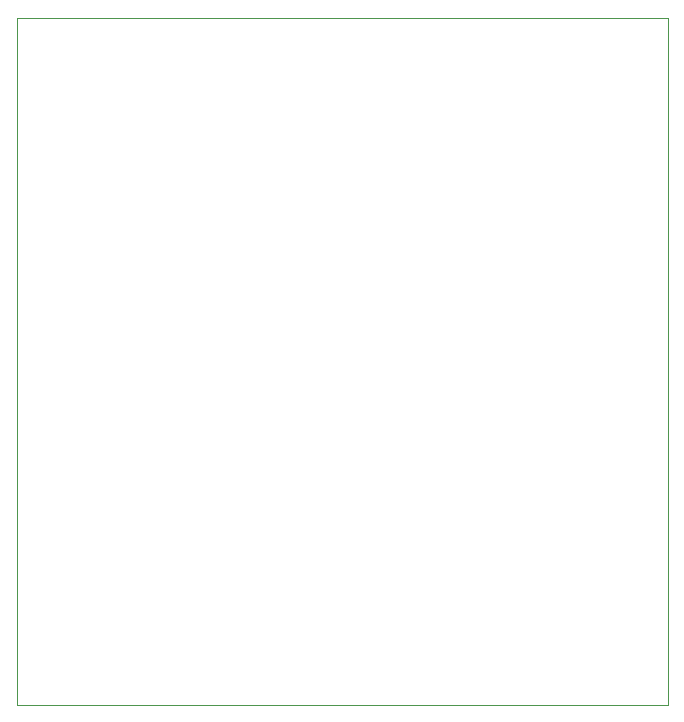
<source format=gbr>
G04 #@! TF.GenerationSoftware,KiCad,Pcbnew,(5.1.5-0-10_14)*
G04 #@! TF.CreationDate,2020-11-02T12:03:13-05:00*
G04 #@! TF.ProjectId,programmer,70726f67-7261-46d6-9d65-722e6b696361,rev?*
G04 #@! TF.SameCoordinates,Original*
G04 #@! TF.FileFunction,Profile,NP*
%FSLAX46Y46*%
G04 Gerber Fmt 4.6, Leading zero omitted, Abs format (unit mm)*
G04 Created by KiCad (PCBNEW (5.1.5-0-10_14)) date 2020-11-02 12:03:13*
%MOMM*%
%LPD*%
G04 APERTURE LIST*
%ADD10C,0.050000*%
G04 APERTURE END LIST*
D10*
X47879000Y-135636000D02*
X47879000Y-77470000D01*
X102997000Y-135636000D02*
X47879000Y-135636000D01*
X102997000Y-77470000D02*
X102997000Y-135636000D01*
X47879000Y-77470000D02*
X102997000Y-77470000D01*
M02*

</source>
